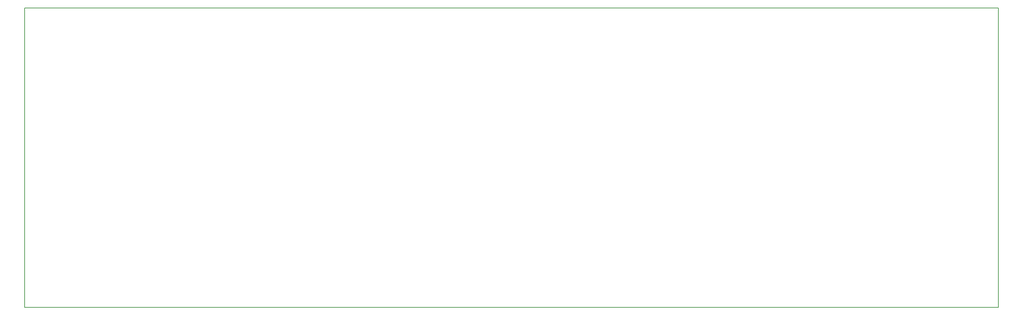
<source format=gm1>
G04 #@! TF.GenerationSoftware,KiCad,Pcbnew,(5.0.2)-1*
G04 #@! TF.CreationDate,2019-01-23T12:21:28-05:00*
G04 #@! TF.ProjectId,TG4x,54473478-2e6b-4696-9361-645f70636258,rev?*
G04 #@! TF.SameCoordinates,Original*
G04 #@! TF.FileFunction,Profile,NP*
%FSLAX46Y46*%
G04 Gerber Fmt 4.6, Leading zero omitted, Abs format (unit mm)*
G04 Created by KiCad (PCBNEW (5.0.2)-1) date 1/23/2019 12:21:28 PM*
%MOMM*%
%LPD*%
G01*
G04 APERTURE LIST*
%ADD10C,0.150000*%
G04 APERTURE END LIST*
D10*
X25146000Y-38862000D02*
X272796000Y-38862000D01*
X25146000Y-115062000D02*
X25146000Y-38862000D01*
X272796000Y-115062000D02*
X25146000Y-115062000D01*
X272796000Y-38862000D02*
X272796000Y-115062000D01*
M02*

</source>
